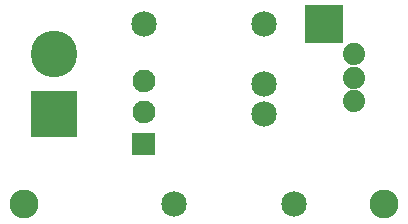
<source format=gts>
G04 MADE WITH FRITZING*
G04 WWW.FRITZING.ORG*
G04 DOUBLE SIDED*
G04 HOLES PLATED*
G04 CONTOUR ON CENTER OF CONTOUR VECTOR*
%ASAXBY*%
%FSLAX23Y23*%
%MOIN*%
%OFA0B0*%
%SFA1.0B1.0*%
%ADD10C,0.085000*%
%ADD11C,0.096614*%
%ADD12C,0.076000*%
%ADD13C,0.155669*%
%ADD14C,0.074000*%
%ADD15R,0.128110X0.128110*%
%ADD16C,0.030000*%
%ADD17R,0.001000X0.001000*%
%LNMASK1*%
G90*
G70*
G54D10*
X892Y480D03*
X892Y380D03*
G54D11*
X1292Y80D03*
X92Y80D03*
G54D12*
X492Y280D03*
X492Y386D03*
X492Y492D03*
X492Y280D03*
X492Y386D03*
X492Y492D03*
G54D13*
X192Y580D03*
X192Y380D03*
X192Y580D03*
X192Y380D03*
G54D10*
X492Y680D03*
X892Y680D03*
X592Y80D03*
X992Y80D03*
G54D14*
X1192Y580D03*
X1192Y502D03*
X1192Y423D03*
X1192Y580D03*
X1192Y502D03*
X1192Y423D03*
G54D15*
X1092Y680D03*
G54D16*
G36*
X919Y453D02*
X864Y453D01*
X864Y508D01*
X919Y508D01*
X919Y453D01*
G37*
D02*
G54D17*
X114Y458D02*
X268Y458D01*
X114Y457D02*
X268Y457D01*
X114Y456D02*
X268Y456D01*
X114Y455D02*
X268Y455D01*
X114Y454D02*
X268Y454D01*
X114Y453D02*
X268Y453D01*
X114Y452D02*
X268Y452D01*
X114Y451D02*
X268Y451D01*
X114Y450D02*
X268Y450D01*
X114Y449D02*
X268Y449D01*
X114Y448D02*
X268Y448D01*
X114Y447D02*
X268Y447D01*
X114Y446D02*
X268Y446D01*
X114Y445D02*
X268Y445D01*
X114Y444D02*
X268Y444D01*
X114Y443D02*
X268Y443D01*
X114Y442D02*
X268Y442D01*
X114Y441D02*
X268Y441D01*
X114Y440D02*
X268Y440D01*
X114Y439D02*
X268Y439D01*
X114Y438D02*
X268Y438D01*
X114Y437D02*
X268Y437D01*
X114Y436D02*
X268Y436D01*
X114Y435D02*
X268Y435D01*
X114Y434D02*
X268Y434D01*
X114Y433D02*
X268Y433D01*
X114Y432D02*
X268Y432D01*
X114Y431D02*
X268Y431D01*
X114Y430D02*
X268Y430D01*
X114Y429D02*
X268Y429D01*
X114Y428D02*
X268Y428D01*
X114Y427D02*
X268Y427D01*
X114Y426D02*
X268Y426D01*
X114Y425D02*
X268Y425D01*
X114Y424D02*
X268Y424D01*
X114Y423D02*
X187Y423D01*
X195Y423D02*
X268Y423D01*
X114Y422D02*
X180Y422D01*
X201Y422D02*
X268Y422D01*
X114Y421D02*
X177Y421D01*
X205Y421D02*
X268Y421D01*
X114Y420D02*
X174Y420D01*
X208Y420D02*
X268Y420D01*
X114Y419D02*
X172Y419D01*
X210Y419D02*
X268Y419D01*
X114Y418D02*
X170Y418D01*
X212Y418D02*
X268Y418D01*
X114Y417D02*
X168Y417D01*
X213Y417D02*
X268Y417D01*
X114Y416D02*
X167Y416D01*
X215Y416D02*
X268Y416D01*
X114Y415D02*
X165Y415D01*
X216Y415D02*
X268Y415D01*
X114Y414D02*
X164Y414D01*
X218Y414D02*
X268Y414D01*
X114Y413D02*
X163Y413D01*
X219Y413D02*
X268Y413D01*
X114Y412D02*
X162Y412D01*
X220Y412D02*
X268Y412D01*
X114Y411D02*
X161Y411D01*
X221Y411D02*
X268Y411D01*
X114Y410D02*
X160Y410D01*
X222Y410D02*
X268Y410D01*
X114Y409D02*
X159Y409D01*
X223Y409D02*
X268Y409D01*
X114Y408D02*
X158Y408D01*
X224Y408D02*
X268Y408D01*
X114Y407D02*
X157Y407D01*
X225Y407D02*
X268Y407D01*
X114Y406D02*
X156Y406D01*
X225Y406D02*
X268Y406D01*
X114Y405D02*
X156Y405D01*
X226Y405D02*
X268Y405D01*
X114Y404D02*
X155Y404D01*
X227Y404D02*
X268Y404D01*
X114Y403D02*
X154Y403D01*
X227Y403D02*
X268Y403D01*
X114Y402D02*
X154Y402D01*
X228Y402D02*
X268Y402D01*
X114Y401D02*
X153Y401D01*
X229Y401D02*
X268Y401D01*
X114Y400D02*
X153Y400D01*
X229Y400D02*
X268Y400D01*
X114Y399D02*
X152Y399D01*
X230Y399D02*
X268Y399D01*
X114Y398D02*
X152Y398D01*
X230Y398D02*
X268Y398D01*
X114Y397D02*
X151Y397D01*
X230Y397D02*
X268Y397D01*
X114Y396D02*
X151Y396D01*
X231Y396D02*
X268Y396D01*
X114Y395D02*
X151Y395D01*
X231Y395D02*
X268Y395D01*
X114Y394D02*
X150Y394D01*
X232Y394D02*
X268Y394D01*
X114Y393D02*
X150Y393D01*
X232Y393D02*
X268Y393D01*
X114Y392D02*
X150Y392D01*
X232Y392D02*
X268Y392D01*
X114Y391D02*
X149Y391D01*
X232Y391D02*
X268Y391D01*
X114Y390D02*
X149Y390D01*
X233Y390D02*
X268Y390D01*
X114Y389D02*
X149Y389D01*
X233Y389D02*
X268Y389D01*
X114Y388D02*
X149Y388D01*
X233Y388D02*
X268Y388D01*
X114Y387D02*
X149Y387D01*
X233Y387D02*
X268Y387D01*
X114Y386D02*
X148Y386D01*
X233Y386D02*
X268Y386D01*
X114Y385D02*
X148Y385D01*
X233Y385D02*
X268Y385D01*
X114Y384D02*
X148Y384D01*
X233Y384D02*
X268Y384D01*
X114Y383D02*
X148Y383D01*
X233Y383D02*
X268Y383D01*
X114Y382D02*
X148Y382D01*
X234Y382D02*
X268Y382D01*
X114Y381D02*
X148Y381D01*
X234Y381D02*
X268Y381D01*
X114Y380D02*
X148Y380D01*
X234Y380D02*
X268Y380D01*
X114Y379D02*
X148Y379D01*
X233Y379D02*
X268Y379D01*
X114Y378D02*
X148Y378D01*
X233Y378D02*
X268Y378D01*
X114Y377D02*
X148Y377D01*
X233Y377D02*
X268Y377D01*
X114Y376D02*
X148Y376D01*
X233Y376D02*
X268Y376D01*
X114Y375D02*
X149Y375D01*
X233Y375D02*
X268Y375D01*
X114Y374D02*
X149Y374D01*
X233Y374D02*
X268Y374D01*
X114Y373D02*
X149Y373D01*
X233Y373D02*
X268Y373D01*
X114Y372D02*
X149Y372D01*
X233Y372D02*
X268Y372D01*
X114Y371D02*
X149Y371D01*
X232Y371D02*
X268Y371D01*
X114Y370D02*
X150Y370D01*
X232Y370D02*
X268Y370D01*
X114Y369D02*
X150Y369D01*
X232Y369D02*
X268Y369D01*
X114Y368D02*
X150Y368D01*
X232Y368D02*
X268Y368D01*
X114Y367D02*
X150Y367D01*
X231Y367D02*
X268Y367D01*
X114Y366D02*
X151Y366D01*
X231Y366D02*
X268Y366D01*
X114Y365D02*
X151Y365D01*
X231Y365D02*
X268Y365D01*
X114Y364D02*
X152Y364D01*
X230Y364D02*
X268Y364D01*
X114Y363D02*
X152Y363D01*
X230Y363D02*
X268Y363D01*
X114Y362D02*
X153Y362D01*
X229Y362D02*
X268Y362D01*
X114Y361D02*
X153Y361D01*
X229Y361D02*
X268Y361D01*
X114Y360D02*
X154Y360D01*
X228Y360D02*
X268Y360D01*
X114Y359D02*
X154Y359D01*
X227Y359D02*
X268Y359D01*
X114Y358D02*
X155Y358D01*
X227Y358D02*
X268Y358D01*
X114Y357D02*
X156Y357D01*
X226Y357D02*
X268Y357D01*
X114Y356D02*
X156Y356D01*
X225Y356D02*
X268Y356D01*
X114Y355D02*
X157Y355D01*
X225Y355D02*
X268Y355D01*
X114Y354D02*
X158Y354D01*
X224Y354D02*
X268Y354D01*
X114Y353D02*
X159Y353D01*
X223Y353D02*
X268Y353D01*
X114Y352D02*
X160Y352D01*
X222Y352D02*
X268Y352D01*
X114Y351D02*
X161Y351D01*
X221Y351D02*
X268Y351D01*
X114Y350D02*
X162Y350D01*
X220Y350D02*
X268Y350D01*
X114Y349D02*
X163Y349D01*
X219Y349D02*
X268Y349D01*
X114Y348D02*
X164Y348D01*
X218Y348D02*
X268Y348D01*
X114Y347D02*
X165Y347D01*
X216Y347D02*
X268Y347D01*
X114Y346D02*
X167Y346D01*
X215Y346D02*
X268Y346D01*
X114Y345D02*
X168Y345D01*
X214Y345D02*
X268Y345D01*
X114Y344D02*
X170Y344D01*
X212Y344D02*
X268Y344D01*
X114Y343D02*
X172Y343D01*
X210Y343D02*
X268Y343D01*
X114Y342D02*
X174Y342D01*
X208Y342D02*
X268Y342D01*
X114Y341D02*
X176Y341D01*
X205Y341D02*
X268Y341D01*
X114Y340D02*
X180Y340D01*
X202Y340D02*
X268Y340D01*
X114Y339D02*
X185Y339D01*
X196Y339D02*
X268Y339D01*
X114Y338D02*
X268Y338D01*
X114Y337D02*
X268Y337D01*
X114Y336D02*
X268Y336D01*
X114Y335D02*
X268Y335D01*
X114Y334D02*
X268Y334D01*
X114Y333D02*
X268Y333D01*
X114Y332D02*
X268Y332D01*
X114Y331D02*
X268Y331D01*
X114Y330D02*
X268Y330D01*
X114Y329D02*
X268Y329D01*
X114Y328D02*
X268Y328D01*
X114Y327D02*
X268Y327D01*
X114Y326D02*
X268Y326D01*
X114Y325D02*
X268Y325D01*
X114Y324D02*
X268Y324D01*
X114Y323D02*
X268Y323D01*
X114Y322D02*
X268Y322D01*
X114Y321D02*
X268Y321D01*
X114Y320D02*
X268Y320D01*
X114Y319D02*
X268Y319D01*
X114Y318D02*
X268Y318D01*
X453Y318D02*
X528Y318D01*
X114Y317D02*
X268Y317D01*
X453Y317D02*
X528Y317D01*
X114Y316D02*
X268Y316D01*
X453Y316D02*
X528Y316D01*
X114Y315D02*
X268Y315D01*
X453Y315D02*
X528Y315D01*
X114Y314D02*
X268Y314D01*
X453Y314D02*
X528Y314D01*
X114Y313D02*
X268Y313D01*
X453Y313D02*
X528Y313D01*
X114Y312D02*
X268Y312D01*
X453Y312D02*
X528Y312D01*
X114Y311D02*
X268Y311D01*
X453Y311D02*
X528Y311D01*
X114Y310D02*
X268Y310D01*
X453Y310D02*
X528Y310D01*
X114Y309D02*
X268Y309D01*
X453Y309D02*
X528Y309D01*
X114Y308D02*
X268Y308D01*
X453Y308D02*
X528Y308D01*
X114Y307D02*
X268Y307D01*
X453Y307D02*
X528Y307D01*
X114Y306D02*
X268Y306D01*
X453Y306D02*
X528Y306D01*
X114Y305D02*
X268Y305D01*
X453Y305D02*
X528Y305D01*
X114Y304D02*
X268Y304D01*
X453Y304D02*
X528Y304D01*
X453Y303D02*
X528Y303D01*
X453Y302D02*
X528Y302D01*
X453Y301D02*
X528Y301D01*
X453Y300D02*
X528Y300D01*
X453Y299D02*
X528Y299D01*
X453Y298D02*
X528Y298D01*
X453Y297D02*
X528Y297D01*
X453Y296D02*
X528Y296D01*
X453Y295D02*
X528Y295D01*
X453Y294D02*
X528Y294D01*
X453Y293D02*
X528Y293D01*
X453Y292D02*
X528Y292D01*
X453Y291D02*
X528Y291D01*
X453Y290D02*
X487Y290D01*
X494Y290D02*
X528Y290D01*
X453Y289D02*
X485Y289D01*
X496Y289D02*
X528Y289D01*
X453Y288D02*
X484Y288D01*
X497Y288D02*
X528Y288D01*
X453Y287D02*
X483Y287D01*
X498Y287D02*
X528Y287D01*
X453Y286D02*
X482Y286D01*
X499Y286D02*
X528Y286D01*
X453Y285D02*
X482Y285D01*
X500Y285D02*
X528Y285D01*
X453Y284D02*
X481Y284D01*
X500Y284D02*
X528Y284D01*
X453Y283D02*
X481Y283D01*
X500Y283D02*
X528Y283D01*
X453Y282D02*
X481Y282D01*
X501Y282D02*
X528Y282D01*
X453Y281D02*
X481Y281D01*
X501Y281D02*
X528Y281D01*
X453Y280D02*
X481Y280D01*
X501Y280D02*
X528Y280D01*
X453Y279D02*
X481Y279D01*
X500Y279D02*
X528Y279D01*
X453Y278D02*
X481Y278D01*
X500Y278D02*
X528Y278D01*
X453Y277D02*
X481Y277D01*
X500Y277D02*
X528Y277D01*
X453Y276D02*
X482Y276D01*
X499Y276D02*
X528Y276D01*
X453Y275D02*
X483Y275D01*
X499Y275D02*
X528Y275D01*
X453Y274D02*
X484Y274D01*
X498Y274D02*
X528Y274D01*
X453Y273D02*
X485Y273D01*
X496Y273D02*
X528Y273D01*
X453Y272D02*
X487Y272D01*
X495Y272D02*
X528Y272D01*
X453Y271D02*
X528Y271D01*
X453Y270D02*
X528Y270D01*
X453Y269D02*
X528Y269D01*
X453Y268D02*
X528Y268D01*
X453Y267D02*
X528Y267D01*
X453Y266D02*
X528Y266D01*
X453Y265D02*
X528Y265D01*
X453Y264D02*
X528Y264D01*
X453Y263D02*
X528Y263D01*
X453Y262D02*
X528Y262D01*
X453Y261D02*
X528Y261D01*
X453Y260D02*
X528Y260D01*
X453Y259D02*
X528Y259D01*
X453Y258D02*
X528Y258D01*
X453Y257D02*
X528Y257D01*
X453Y256D02*
X528Y256D01*
X453Y255D02*
X528Y255D01*
X453Y254D02*
X528Y254D01*
X453Y253D02*
X528Y253D01*
X453Y252D02*
X528Y252D01*
X453Y251D02*
X528Y251D01*
X453Y250D02*
X528Y250D01*
X453Y249D02*
X528Y249D01*
X453Y248D02*
X528Y248D01*
X453Y247D02*
X528Y247D01*
X453Y246D02*
X528Y246D01*
X453Y245D02*
X528Y245D01*
X453Y244D02*
X528Y244D01*
X454Y243D02*
X528Y243D01*
D02*
G04 End of Mask1*
M02*
</source>
